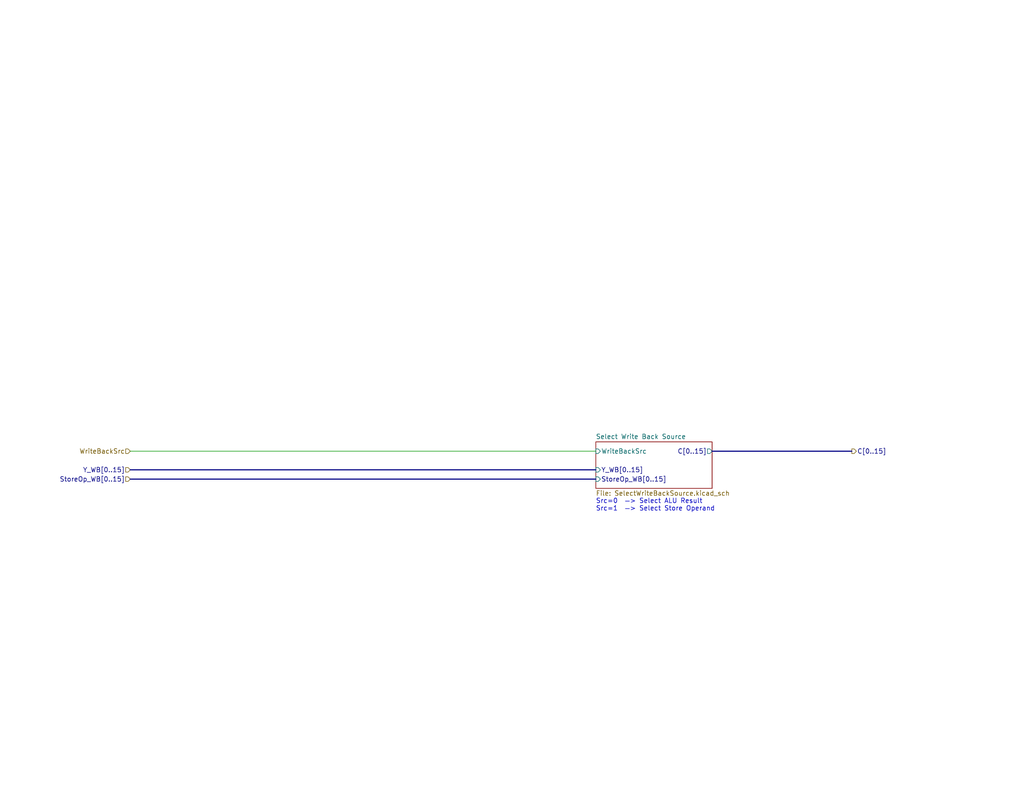
<source format=kicad_sch>
(kicad_sch (version 20211123) (generator eeschema)
  (paper "USLetter")
  (title_block (title "WB") (date "2021-06-22") (rev "B (cb021f9a)") (comment 2 "allowing instructions to set half of a sixteen-bit word without bitwise masks.") (comment 3 "This can load the upper eight bits of the register, the lower eight bits, or both,") (comment 4 "The Write Back stage chooses a value and writes it back to the register file."))
  (lib_symbols)
  (wire (pts (xy 35.56 123.19) (xy 162.56 123.19)))
  (bus (pts (xy 194.31 123.19) (xy 232.41 123.19)))
  (bus (pts (xy 35.56 130.81) (xy 162.56 130.81)))
  (bus (pts (xy 162.56 128.27) (xy 35.56 128.27)))
  (text "Src=0  —> Select ALU Result\nSrc=1  —> Select Store Operand" (at 162.56 139.7 0) (effects (font (size 1.27 1.27)) (justify left bottom)))
  (hierarchical_label "StoreOp_WB[0..15]" (shape input) (at 35.56 130.81 180))
  (hierarchical_label "Y_WB[0..15]" (shape input) (at 35.56 128.27 180))
  (hierarchical_label "WriteBackSrc" (shape input) (at 35.56 123.19 180))
  (hierarchical_label "C[0..15]" (shape output) (at 232.41 123.19 0))
  (sheet (at 162.56 120.65) (size 31.75 12.7)
    (property "Sheet name" "Select Write Back Source" (at 162.56 119.9384 0) (effects (justify left bottom)))
    (property "Sheet file" "SelectWriteBackSource.kicad_sch" (at 162.56 133.9346 0) (effects (justify left top)))
    (pin "C[0..15]" output (at 194.31 123.19 0))
    (pin "StoreOp_WB[0..15]" input (at 162.56 130.81 180))
    (pin "Y_WB[0..15]" input (at 162.56 128.27 180))
    (pin "WriteBackSrc" input (at 162.56 123.19 180))
  )
)
</source>
